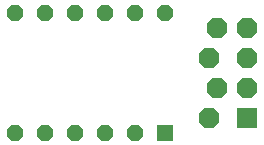
<source format=gbs>
G75*
%MOIN*%
%OFA0B0*%
%FSLAX24Y24*%
%IPPOS*%
%LPD*%
%AMOC8*
5,1,8,0,0,1.08239X$1,22.5*
%
%ADD10R,0.0552X0.0552*%
%ADD11OC8,0.0552*%
%ADD12OC8,0.0680*%
%ADD13R,0.0680X0.0680*%
D10*
X009041Y001391D03*
D11*
X004041Y001391D03*
X005041Y001391D03*
X006041Y001391D03*
X007041Y001391D03*
X008041Y001391D03*
X008041Y005391D03*
X007041Y005391D03*
X006041Y005391D03*
X005041Y005391D03*
X004041Y005391D03*
X009041Y005391D03*
D12*
X010760Y004885D03*
X011760Y004885D03*
X011760Y003885D03*
X010510Y003885D03*
X010760Y002885D03*
X011760Y002885D03*
X010510Y001885D03*
D13*
X011760Y001885D03*
M02*

</source>
